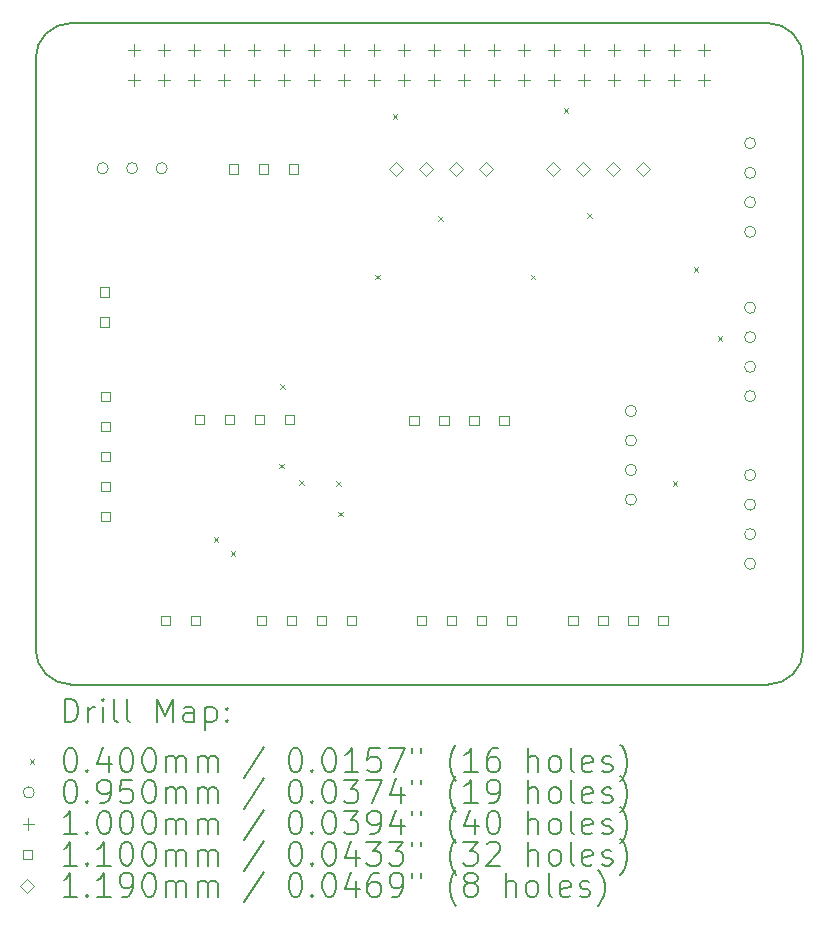
<source format=gbr>
%FSLAX45Y45*%
G04 Gerber Fmt 4.5, Leading zero omitted, Abs format (unit mm)*
G04 Created by KiCad (PCBNEW (6.0.1)) date 2022-03-16 15:36:33*
%MOMM*%
%LPD*%
G01*
G04 APERTURE LIST*
%TA.AperFunction,Profile*%
%ADD10C,0.200000*%
%TD*%
%ADD11C,0.200000*%
%ADD12C,0.040000*%
%ADD13C,0.095000*%
%ADD14C,0.100000*%
%ADD15C,0.110000*%
%ADD16C,0.119000*%
G04 APERTURE END LIST*
D10*
X16950000Y-7375000D02*
G75*
G03*
X16650000Y-7075000I-300000J0D01*
G01*
X10750000Y-7075000D02*
G75*
G03*
X10450000Y-7375000I0J-300000D01*
G01*
X16650000Y-7075000D02*
X10750000Y-7075000D01*
X10450000Y-7375000D02*
X10450000Y-12375000D01*
X10750000Y-12675000D02*
X16650000Y-12675000D01*
X10450000Y-12375000D02*
G75*
G03*
X10750000Y-12675000I300000J0D01*
G01*
X16950000Y-7375000D02*
X16950000Y-12375000D01*
X16650000Y-12675000D02*
G75*
G03*
X16950000Y-12375000I0J300000D01*
G01*
D11*
D12*
X11958640Y-11430320D02*
X11998640Y-11470320D01*
X11998640Y-11430320D02*
X11958640Y-11470320D01*
X12100880Y-11547160D02*
X12140880Y-11587160D01*
X12140880Y-11547160D02*
X12100880Y-11587160D01*
X12512360Y-10805480D02*
X12552360Y-10845480D01*
X12552360Y-10805480D02*
X12512360Y-10845480D01*
X12522520Y-10129840D02*
X12562520Y-10169840D01*
X12562520Y-10129840D02*
X12522520Y-10169840D01*
X12680000Y-10947720D02*
X12720000Y-10987720D01*
X12720000Y-10947720D02*
X12680000Y-10987720D01*
X12994960Y-10952800D02*
X13034960Y-10992800D01*
X13034960Y-10952800D02*
X12994960Y-10992800D01*
X13010200Y-11211880D02*
X13050200Y-11251880D01*
X13050200Y-11211880D02*
X13010200Y-11251880D01*
X13325160Y-9205280D02*
X13365160Y-9245280D01*
X13365160Y-9205280D02*
X13325160Y-9245280D01*
X13472480Y-7848920D02*
X13512480Y-7888920D01*
X13512480Y-7848920D02*
X13472480Y-7888920D01*
X13858560Y-8707440D02*
X13898560Y-8747440D01*
X13898560Y-8707440D02*
X13858560Y-8747440D01*
X14640880Y-9205280D02*
X14680880Y-9245280D01*
X14680880Y-9205280D02*
X14640880Y-9245280D01*
X14920280Y-7793040D02*
X14960280Y-7833040D01*
X14960280Y-7793040D02*
X14920280Y-7833040D01*
X15118400Y-8682040D02*
X15158400Y-8722040D01*
X15158400Y-8682040D02*
X15118400Y-8722040D01*
X15844840Y-10952800D02*
X15884840Y-10992800D01*
X15884840Y-10952800D02*
X15844840Y-10992800D01*
X16021901Y-9144320D02*
X16061901Y-9184320D01*
X16061901Y-9144320D02*
X16021901Y-9184320D01*
X16225840Y-9728520D02*
X16265840Y-9768520D01*
X16265840Y-9728520D02*
X16225840Y-9768520D01*
D13*
X11064940Y-8304100D02*
G75*
G03*
X11064940Y-8304100I-47500J0D01*
G01*
X11314940Y-8304100D02*
G75*
G03*
X11314940Y-8304100I-47500J0D01*
G01*
X11564940Y-8304100D02*
G75*
G03*
X11564940Y-8304100I-47500J0D01*
G01*
X15538120Y-10359040D02*
G75*
G03*
X15538120Y-10359040I-47500J0D01*
G01*
X15538120Y-10609040D02*
G75*
G03*
X15538120Y-10609040I-47500J0D01*
G01*
X15538120Y-10859040D02*
G75*
G03*
X15538120Y-10859040I-47500J0D01*
G01*
X15538120Y-11109040D02*
G75*
G03*
X15538120Y-11109040I-47500J0D01*
G01*
X16547340Y-8092440D02*
G75*
G03*
X16547340Y-8092440I-47500J0D01*
G01*
X16547340Y-8342440D02*
G75*
G03*
X16547340Y-8342440I-47500J0D01*
G01*
X16547340Y-8592440D02*
G75*
G03*
X16547340Y-8592440I-47500J0D01*
G01*
X16547340Y-8842440D02*
G75*
G03*
X16547340Y-8842440I-47500J0D01*
G01*
X16547340Y-9484360D02*
G75*
G03*
X16547340Y-9484360I-47500J0D01*
G01*
X16547340Y-9734360D02*
G75*
G03*
X16547340Y-9734360I-47500J0D01*
G01*
X16547340Y-9984360D02*
G75*
G03*
X16547340Y-9984360I-47500J0D01*
G01*
X16547340Y-10234360D02*
G75*
G03*
X16547340Y-10234360I-47500J0D01*
G01*
X16547340Y-10901680D02*
G75*
G03*
X16547340Y-10901680I-47500J0D01*
G01*
X16547340Y-11151680D02*
G75*
G03*
X16547340Y-11151680I-47500J0D01*
G01*
X16547340Y-11401680D02*
G75*
G03*
X16547340Y-11401680I-47500J0D01*
G01*
X16547340Y-11651680D02*
G75*
G03*
X16547340Y-11651680I-47500J0D01*
G01*
D14*
X11280000Y-7251000D02*
X11280000Y-7351000D01*
X11230000Y-7301000D02*
X11330000Y-7301000D01*
X11280000Y-7505000D02*
X11280000Y-7605000D01*
X11230000Y-7555000D02*
X11330000Y-7555000D01*
X11534000Y-7251000D02*
X11534000Y-7351000D01*
X11484000Y-7301000D02*
X11584000Y-7301000D01*
X11534000Y-7505000D02*
X11534000Y-7605000D01*
X11484000Y-7555000D02*
X11584000Y-7555000D01*
X11788000Y-7251000D02*
X11788000Y-7351000D01*
X11738000Y-7301000D02*
X11838000Y-7301000D01*
X11788000Y-7505000D02*
X11788000Y-7605000D01*
X11738000Y-7555000D02*
X11838000Y-7555000D01*
X12042000Y-7251000D02*
X12042000Y-7351000D01*
X11992000Y-7301000D02*
X12092000Y-7301000D01*
X12042000Y-7505000D02*
X12042000Y-7605000D01*
X11992000Y-7555000D02*
X12092000Y-7555000D01*
X12296000Y-7251000D02*
X12296000Y-7351000D01*
X12246000Y-7301000D02*
X12346000Y-7301000D01*
X12296000Y-7505000D02*
X12296000Y-7605000D01*
X12246000Y-7555000D02*
X12346000Y-7555000D01*
X12550000Y-7251000D02*
X12550000Y-7351000D01*
X12500000Y-7301000D02*
X12600000Y-7301000D01*
X12550000Y-7505000D02*
X12550000Y-7605000D01*
X12500000Y-7555000D02*
X12600000Y-7555000D01*
X12804000Y-7251000D02*
X12804000Y-7351000D01*
X12754000Y-7301000D02*
X12854000Y-7301000D01*
X12804000Y-7505000D02*
X12804000Y-7605000D01*
X12754000Y-7555000D02*
X12854000Y-7555000D01*
X13058000Y-7251000D02*
X13058000Y-7351000D01*
X13008000Y-7301000D02*
X13108000Y-7301000D01*
X13058000Y-7505000D02*
X13058000Y-7605000D01*
X13008000Y-7555000D02*
X13108000Y-7555000D01*
X13312000Y-7251000D02*
X13312000Y-7351000D01*
X13262000Y-7301000D02*
X13362000Y-7301000D01*
X13312000Y-7505000D02*
X13312000Y-7605000D01*
X13262000Y-7555000D02*
X13362000Y-7555000D01*
X13566000Y-7251000D02*
X13566000Y-7351000D01*
X13516000Y-7301000D02*
X13616000Y-7301000D01*
X13566000Y-7505000D02*
X13566000Y-7605000D01*
X13516000Y-7555000D02*
X13616000Y-7555000D01*
X13820000Y-7251000D02*
X13820000Y-7351000D01*
X13770000Y-7301000D02*
X13870000Y-7301000D01*
X13820000Y-7505000D02*
X13820000Y-7605000D01*
X13770000Y-7555000D02*
X13870000Y-7555000D01*
X14074000Y-7251000D02*
X14074000Y-7351000D01*
X14024000Y-7301000D02*
X14124000Y-7301000D01*
X14074000Y-7505000D02*
X14074000Y-7605000D01*
X14024000Y-7555000D02*
X14124000Y-7555000D01*
X14328000Y-7251000D02*
X14328000Y-7351000D01*
X14278000Y-7301000D02*
X14378000Y-7301000D01*
X14328000Y-7505000D02*
X14328000Y-7605000D01*
X14278000Y-7555000D02*
X14378000Y-7555000D01*
X14582000Y-7251000D02*
X14582000Y-7351000D01*
X14532000Y-7301000D02*
X14632000Y-7301000D01*
X14582000Y-7505000D02*
X14582000Y-7605000D01*
X14532000Y-7555000D02*
X14632000Y-7555000D01*
X14836000Y-7251000D02*
X14836000Y-7351000D01*
X14786000Y-7301000D02*
X14886000Y-7301000D01*
X14836000Y-7505000D02*
X14836000Y-7605000D01*
X14786000Y-7555000D02*
X14886000Y-7555000D01*
X15090000Y-7251000D02*
X15090000Y-7351000D01*
X15040000Y-7301000D02*
X15140000Y-7301000D01*
X15090000Y-7505000D02*
X15090000Y-7605000D01*
X15040000Y-7555000D02*
X15140000Y-7555000D01*
X15344000Y-7251000D02*
X15344000Y-7351000D01*
X15294000Y-7301000D02*
X15394000Y-7301000D01*
X15344000Y-7505000D02*
X15344000Y-7605000D01*
X15294000Y-7555000D02*
X15394000Y-7555000D01*
X15598000Y-7251000D02*
X15598000Y-7351000D01*
X15548000Y-7301000D02*
X15648000Y-7301000D01*
X15598000Y-7505000D02*
X15598000Y-7605000D01*
X15548000Y-7555000D02*
X15648000Y-7555000D01*
X15852000Y-7251000D02*
X15852000Y-7351000D01*
X15802000Y-7301000D02*
X15902000Y-7301000D01*
X15852000Y-7505000D02*
X15852000Y-7605000D01*
X15802000Y-7555000D02*
X15902000Y-7555000D01*
X16106000Y-7251000D02*
X16106000Y-7351000D01*
X16056000Y-7301000D02*
X16156000Y-7301000D01*
X16106000Y-7505000D02*
X16106000Y-7605000D01*
X16056000Y-7555000D02*
X16156000Y-7555000D01*
D15*
X11072651Y-9391171D02*
X11072651Y-9313389D01*
X10994869Y-9313389D01*
X10994869Y-9391171D01*
X11072651Y-9391171D01*
X11072651Y-9645171D02*
X11072651Y-9567389D01*
X10994869Y-9567389D01*
X10994869Y-9645171D01*
X11072651Y-9645171D01*
X11077731Y-10275091D02*
X11077731Y-10197309D01*
X10999949Y-10197309D01*
X10999949Y-10275091D01*
X11077731Y-10275091D01*
X11077731Y-10529091D02*
X11077731Y-10451309D01*
X10999949Y-10451309D01*
X10999949Y-10529091D01*
X11077731Y-10529091D01*
X11077731Y-10783091D02*
X11077731Y-10705309D01*
X10999949Y-10705309D01*
X10999949Y-10783091D01*
X11077731Y-10783091D01*
X11077731Y-11037091D02*
X11077731Y-10959309D01*
X10999949Y-10959309D01*
X10999949Y-11037091D01*
X11077731Y-11037091D01*
X11077731Y-11291091D02*
X11077731Y-11213309D01*
X10999949Y-11213309D01*
X10999949Y-11291091D01*
X11077731Y-11291091D01*
X11585731Y-12175011D02*
X11585731Y-12097229D01*
X11507949Y-12097229D01*
X11507949Y-12175011D01*
X11585731Y-12175011D01*
X11839731Y-12175011D02*
X11839731Y-12097229D01*
X11761949Y-12097229D01*
X11761949Y-12175011D01*
X11839731Y-12175011D01*
X11879871Y-10468131D02*
X11879871Y-10390349D01*
X11802089Y-10390349D01*
X11802089Y-10468131D01*
X11879871Y-10468131D01*
X12133871Y-10468131D02*
X12133871Y-10390349D01*
X12056089Y-10390349D01*
X12056089Y-10468131D01*
X12133871Y-10468131D01*
X12164851Y-8349771D02*
X12164851Y-8271989D01*
X12087069Y-8271989D01*
X12087069Y-8349771D01*
X12164851Y-8349771D01*
X12387871Y-10468131D02*
X12387871Y-10390349D01*
X12310089Y-10390349D01*
X12310089Y-10468131D01*
X12387871Y-10468131D01*
X12403111Y-12175011D02*
X12403111Y-12097229D01*
X12325329Y-12097229D01*
X12325329Y-12175011D01*
X12403111Y-12175011D01*
X12418851Y-8349771D02*
X12418851Y-8271989D01*
X12341069Y-8271989D01*
X12341069Y-8349771D01*
X12418851Y-8349771D01*
X12641871Y-10468131D02*
X12641871Y-10390349D01*
X12564089Y-10390349D01*
X12564089Y-10468131D01*
X12641871Y-10468131D01*
X12657111Y-12175011D02*
X12657111Y-12097229D01*
X12579329Y-12097229D01*
X12579329Y-12175011D01*
X12657111Y-12175011D01*
X12672851Y-8349771D02*
X12672851Y-8271989D01*
X12595069Y-8271989D01*
X12595069Y-8349771D01*
X12672851Y-8349771D01*
X12911111Y-12175011D02*
X12911111Y-12097229D01*
X12833329Y-12097229D01*
X12833329Y-12175011D01*
X12911111Y-12175011D01*
X13165111Y-12175011D02*
X13165111Y-12097229D01*
X13087329Y-12097229D01*
X13087329Y-12175011D01*
X13165111Y-12175011D01*
X13693431Y-10478291D02*
X13693431Y-10400509D01*
X13615649Y-10400509D01*
X13615649Y-10478291D01*
X13693431Y-10478291D01*
X13759471Y-12175011D02*
X13759471Y-12097229D01*
X13681689Y-12097229D01*
X13681689Y-12175011D01*
X13759471Y-12175011D01*
X13947431Y-10478291D02*
X13947431Y-10400509D01*
X13869649Y-10400509D01*
X13869649Y-10478291D01*
X13947431Y-10478291D01*
X14013471Y-12175011D02*
X14013471Y-12097229D01*
X13935689Y-12097229D01*
X13935689Y-12175011D01*
X14013471Y-12175011D01*
X14201431Y-10478291D02*
X14201431Y-10400509D01*
X14123649Y-10400509D01*
X14123649Y-10478291D01*
X14201431Y-10478291D01*
X14267471Y-12175011D02*
X14267471Y-12097229D01*
X14189689Y-12097229D01*
X14189689Y-12175011D01*
X14267471Y-12175011D01*
X14455431Y-10478291D02*
X14455431Y-10400509D01*
X14377649Y-10400509D01*
X14377649Y-10478291D01*
X14455431Y-10478291D01*
X14521471Y-12175011D02*
X14521471Y-12097229D01*
X14443689Y-12097229D01*
X14443689Y-12175011D01*
X14521471Y-12175011D01*
X15039631Y-12169931D02*
X15039631Y-12092149D01*
X14961849Y-12092149D01*
X14961849Y-12169931D01*
X15039631Y-12169931D01*
X15293631Y-12169931D02*
X15293631Y-12092149D01*
X15215849Y-12092149D01*
X15215849Y-12169931D01*
X15293631Y-12169931D01*
X15547631Y-12169931D02*
X15547631Y-12092149D01*
X15469849Y-12092149D01*
X15469849Y-12169931D01*
X15547631Y-12169931D01*
X15801631Y-12169931D02*
X15801631Y-12092149D01*
X15723849Y-12092149D01*
X15723849Y-12169931D01*
X15801631Y-12169931D01*
D16*
X13502640Y-8373460D02*
X13562140Y-8313960D01*
X13502640Y-8254460D01*
X13443140Y-8313960D01*
X13502640Y-8373460D01*
X13756640Y-8373460D02*
X13816140Y-8313960D01*
X13756640Y-8254460D01*
X13697140Y-8313960D01*
X13756640Y-8373460D01*
X14010640Y-8373460D02*
X14070140Y-8313960D01*
X14010640Y-8254460D01*
X13951140Y-8313960D01*
X14010640Y-8373460D01*
X14264640Y-8373460D02*
X14324140Y-8313960D01*
X14264640Y-8254460D01*
X14205140Y-8313960D01*
X14264640Y-8373460D01*
X14833600Y-8373460D02*
X14893100Y-8313960D01*
X14833600Y-8254460D01*
X14774100Y-8313960D01*
X14833600Y-8373460D01*
X15087600Y-8373460D02*
X15147100Y-8313960D01*
X15087600Y-8254460D01*
X15028100Y-8313960D01*
X15087600Y-8373460D01*
X15341600Y-8373460D02*
X15401100Y-8313960D01*
X15341600Y-8254460D01*
X15282100Y-8313960D01*
X15341600Y-8373460D01*
X15595600Y-8373460D02*
X15655100Y-8313960D01*
X15595600Y-8254460D01*
X15536100Y-8313960D01*
X15595600Y-8373460D01*
D11*
X10697619Y-12995476D02*
X10697619Y-12795476D01*
X10745238Y-12795476D01*
X10773810Y-12805000D01*
X10792857Y-12824048D01*
X10802381Y-12843095D01*
X10811905Y-12881190D01*
X10811905Y-12909762D01*
X10802381Y-12947857D01*
X10792857Y-12966905D01*
X10773810Y-12985952D01*
X10745238Y-12995476D01*
X10697619Y-12995476D01*
X10897619Y-12995476D02*
X10897619Y-12862143D01*
X10897619Y-12900238D02*
X10907143Y-12881190D01*
X10916667Y-12871667D01*
X10935714Y-12862143D01*
X10954762Y-12862143D01*
X11021429Y-12995476D02*
X11021429Y-12862143D01*
X11021429Y-12795476D02*
X11011905Y-12805000D01*
X11021429Y-12814524D01*
X11030952Y-12805000D01*
X11021429Y-12795476D01*
X11021429Y-12814524D01*
X11145238Y-12995476D02*
X11126190Y-12985952D01*
X11116667Y-12966905D01*
X11116667Y-12795476D01*
X11250000Y-12995476D02*
X11230952Y-12985952D01*
X11221428Y-12966905D01*
X11221428Y-12795476D01*
X11478571Y-12995476D02*
X11478571Y-12795476D01*
X11545238Y-12938333D01*
X11611905Y-12795476D01*
X11611905Y-12995476D01*
X11792857Y-12995476D02*
X11792857Y-12890714D01*
X11783333Y-12871667D01*
X11764286Y-12862143D01*
X11726190Y-12862143D01*
X11707143Y-12871667D01*
X11792857Y-12985952D02*
X11773809Y-12995476D01*
X11726190Y-12995476D01*
X11707143Y-12985952D01*
X11697619Y-12966905D01*
X11697619Y-12947857D01*
X11707143Y-12928809D01*
X11726190Y-12919286D01*
X11773809Y-12919286D01*
X11792857Y-12909762D01*
X11888095Y-12862143D02*
X11888095Y-13062143D01*
X11888095Y-12871667D02*
X11907143Y-12862143D01*
X11945238Y-12862143D01*
X11964286Y-12871667D01*
X11973809Y-12881190D01*
X11983333Y-12900238D01*
X11983333Y-12957381D01*
X11973809Y-12976428D01*
X11964286Y-12985952D01*
X11945238Y-12995476D01*
X11907143Y-12995476D01*
X11888095Y-12985952D01*
X12069048Y-12976428D02*
X12078571Y-12985952D01*
X12069048Y-12995476D01*
X12059524Y-12985952D01*
X12069048Y-12976428D01*
X12069048Y-12995476D01*
X12069048Y-12871667D02*
X12078571Y-12881190D01*
X12069048Y-12890714D01*
X12059524Y-12881190D01*
X12069048Y-12871667D01*
X12069048Y-12890714D01*
D12*
X10400000Y-13305000D02*
X10440000Y-13345000D01*
X10440000Y-13305000D02*
X10400000Y-13345000D01*
D11*
X10735714Y-13215476D02*
X10754762Y-13215476D01*
X10773810Y-13225000D01*
X10783333Y-13234524D01*
X10792857Y-13253571D01*
X10802381Y-13291667D01*
X10802381Y-13339286D01*
X10792857Y-13377381D01*
X10783333Y-13396428D01*
X10773810Y-13405952D01*
X10754762Y-13415476D01*
X10735714Y-13415476D01*
X10716667Y-13405952D01*
X10707143Y-13396428D01*
X10697619Y-13377381D01*
X10688095Y-13339286D01*
X10688095Y-13291667D01*
X10697619Y-13253571D01*
X10707143Y-13234524D01*
X10716667Y-13225000D01*
X10735714Y-13215476D01*
X10888095Y-13396428D02*
X10897619Y-13405952D01*
X10888095Y-13415476D01*
X10878571Y-13405952D01*
X10888095Y-13396428D01*
X10888095Y-13415476D01*
X11069048Y-13282143D02*
X11069048Y-13415476D01*
X11021429Y-13205952D02*
X10973810Y-13348809D01*
X11097619Y-13348809D01*
X11211905Y-13215476D02*
X11230952Y-13215476D01*
X11250000Y-13225000D01*
X11259524Y-13234524D01*
X11269048Y-13253571D01*
X11278571Y-13291667D01*
X11278571Y-13339286D01*
X11269048Y-13377381D01*
X11259524Y-13396428D01*
X11250000Y-13405952D01*
X11230952Y-13415476D01*
X11211905Y-13415476D01*
X11192857Y-13405952D01*
X11183333Y-13396428D01*
X11173810Y-13377381D01*
X11164286Y-13339286D01*
X11164286Y-13291667D01*
X11173810Y-13253571D01*
X11183333Y-13234524D01*
X11192857Y-13225000D01*
X11211905Y-13215476D01*
X11402381Y-13215476D02*
X11421428Y-13215476D01*
X11440476Y-13225000D01*
X11450000Y-13234524D01*
X11459524Y-13253571D01*
X11469048Y-13291667D01*
X11469048Y-13339286D01*
X11459524Y-13377381D01*
X11450000Y-13396428D01*
X11440476Y-13405952D01*
X11421428Y-13415476D01*
X11402381Y-13415476D01*
X11383333Y-13405952D01*
X11373809Y-13396428D01*
X11364286Y-13377381D01*
X11354762Y-13339286D01*
X11354762Y-13291667D01*
X11364286Y-13253571D01*
X11373809Y-13234524D01*
X11383333Y-13225000D01*
X11402381Y-13215476D01*
X11554762Y-13415476D02*
X11554762Y-13282143D01*
X11554762Y-13301190D02*
X11564286Y-13291667D01*
X11583333Y-13282143D01*
X11611905Y-13282143D01*
X11630952Y-13291667D01*
X11640476Y-13310714D01*
X11640476Y-13415476D01*
X11640476Y-13310714D02*
X11650000Y-13291667D01*
X11669048Y-13282143D01*
X11697619Y-13282143D01*
X11716667Y-13291667D01*
X11726190Y-13310714D01*
X11726190Y-13415476D01*
X11821428Y-13415476D02*
X11821428Y-13282143D01*
X11821428Y-13301190D02*
X11830952Y-13291667D01*
X11850000Y-13282143D01*
X11878571Y-13282143D01*
X11897619Y-13291667D01*
X11907143Y-13310714D01*
X11907143Y-13415476D01*
X11907143Y-13310714D02*
X11916667Y-13291667D01*
X11935714Y-13282143D01*
X11964286Y-13282143D01*
X11983333Y-13291667D01*
X11992857Y-13310714D01*
X11992857Y-13415476D01*
X12383333Y-13205952D02*
X12211905Y-13463095D01*
X12640476Y-13215476D02*
X12659524Y-13215476D01*
X12678571Y-13225000D01*
X12688095Y-13234524D01*
X12697619Y-13253571D01*
X12707143Y-13291667D01*
X12707143Y-13339286D01*
X12697619Y-13377381D01*
X12688095Y-13396428D01*
X12678571Y-13405952D01*
X12659524Y-13415476D01*
X12640476Y-13415476D01*
X12621428Y-13405952D01*
X12611905Y-13396428D01*
X12602381Y-13377381D01*
X12592857Y-13339286D01*
X12592857Y-13291667D01*
X12602381Y-13253571D01*
X12611905Y-13234524D01*
X12621428Y-13225000D01*
X12640476Y-13215476D01*
X12792857Y-13396428D02*
X12802381Y-13405952D01*
X12792857Y-13415476D01*
X12783333Y-13405952D01*
X12792857Y-13396428D01*
X12792857Y-13415476D01*
X12926190Y-13215476D02*
X12945238Y-13215476D01*
X12964286Y-13225000D01*
X12973809Y-13234524D01*
X12983333Y-13253571D01*
X12992857Y-13291667D01*
X12992857Y-13339286D01*
X12983333Y-13377381D01*
X12973809Y-13396428D01*
X12964286Y-13405952D01*
X12945238Y-13415476D01*
X12926190Y-13415476D01*
X12907143Y-13405952D01*
X12897619Y-13396428D01*
X12888095Y-13377381D01*
X12878571Y-13339286D01*
X12878571Y-13291667D01*
X12888095Y-13253571D01*
X12897619Y-13234524D01*
X12907143Y-13225000D01*
X12926190Y-13215476D01*
X13183333Y-13415476D02*
X13069048Y-13415476D01*
X13126190Y-13415476D02*
X13126190Y-13215476D01*
X13107143Y-13244048D01*
X13088095Y-13263095D01*
X13069048Y-13272619D01*
X13364286Y-13215476D02*
X13269048Y-13215476D01*
X13259524Y-13310714D01*
X13269048Y-13301190D01*
X13288095Y-13291667D01*
X13335714Y-13291667D01*
X13354762Y-13301190D01*
X13364286Y-13310714D01*
X13373809Y-13329762D01*
X13373809Y-13377381D01*
X13364286Y-13396428D01*
X13354762Y-13405952D01*
X13335714Y-13415476D01*
X13288095Y-13415476D01*
X13269048Y-13405952D01*
X13259524Y-13396428D01*
X13440476Y-13215476D02*
X13573809Y-13215476D01*
X13488095Y-13415476D01*
X13640476Y-13215476D02*
X13640476Y-13253571D01*
X13716667Y-13215476D02*
X13716667Y-13253571D01*
X14011905Y-13491667D02*
X14002381Y-13482143D01*
X13983333Y-13453571D01*
X13973809Y-13434524D01*
X13964286Y-13405952D01*
X13954762Y-13358333D01*
X13954762Y-13320238D01*
X13964286Y-13272619D01*
X13973809Y-13244048D01*
X13983333Y-13225000D01*
X14002381Y-13196428D01*
X14011905Y-13186905D01*
X14192857Y-13415476D02*
X14078571Y-13415476D01*
X14135714Y-13415476D02*
X14135714Y-13215476D01*
X14116667Y-13244048D01*
X14097619Y-13263095D01*
X14078571Y-13272619D01*
X14364286Y-13215476D02*
X14326190Y-13215476D01*
X14307143Y-13225000D01*
X14297619Y-13234524D01*
X14278571Y-13263095D01*
X14269048Y-13301190D01*
X14269048Y-13377381D01*
X14278571Y-13396428D01*
X14288095Y-13405952D01*
X14307143Y-13415476D01*
X14345238Y-13415476D01*
X14364286Y-13405952D01*
X14373809Y-13396428D01*
X14383333Y-13377381D01*
X14383333Y-13329762D01*
X14373809Y-13310714D01*
X14364286Y-13301190D01*
X14345238Y-13291667D01*
X14307143Y-13291667D01*
X14288095Y-13301190D01*
X14278571Y-13310714D01*
X14269048Y-13329762D01*
X14621428Y-13415476D02*
X14621428Y-13215476D01*
X14707143Y-13415476D02*
X14707143Y-13310714D01*
X14697619Y-13291667D01*
X14678571Y-13282143D01*
X14650000Y-13282143D01*
X14630952Y-13291667D01*
X14621428Y-13301190D01*
X14830952Y-13415476D02*
X14811905Y-13405952D01*
X14802381Y-13396428D01*
X14792857Y-13377381D01*
X14792857Y-13320238D01*
X14802381Y-13301190D01*
X14811905Y-13291667D01*
X14830952Y-13282143D01*
X14859524Y-13282143D01*
X14878571Y-13291667D01*
X14888095Y-13301190D01*
X14897619Y-13320238D01*
X14897619Y-13377381D01*
X14888095Y-13396428D01*
X14878571Y-13405952D01*
X14859524Y-13415476D01*
X14830952Y-13415476D01*
X15011905Y-13415476D02*
X14992857Y-13405952D01*
X14983333Y-13386905D01*
X14983333Y-13215476D01*
X15164286Y-13405952D02*
X15145238Y-13415476D01*
X15107143Y-13415476D01*
X15088095Y-13405952D01*
X15078571Y-13386905D01*
X15078571Y-13310714D01*
X15088095Y-13291667D01*
X15107143Y-13282143D01*
X15145238Y-13282143D01*
X15164286Y-13291667D01*
X15173809Y-13310714D01*
X15173809Y-13329762D01*
X15078571Y-13348809D01*
X15250000Y-13405952D02*
X15269048Y-13415476D01*
X15307143Y-13415476D01*
X15326190Y-13405952D01*
X15335714Y-13386905D01*
X15335714Y-13377381D01*
X15326190Y-13358333D01*
X15307143Y-13348809D01*
X15278571Y-13348809D01*
X15259524Y-13339286D01*
X15250000Y-13320238D01*
X15250000Y-13310714D01*
X15259524Y-13291667D01*
X15278571Y-13282143D01*
X15307143Y-13282143D01*
X15326190Y-13291667D01*
X15402381Y-13491667D02*
X15411905Y-13482143D01*
X15430952Y-13453571D01*
X15440476Y-13434524D01*
X15450000Y-13405952D01*
X15459524Y-13358333D01*
X15459524Y-13320238D01*
X15450000Y-13272619D01*
X15440476Y-13244048D01*
X15430952Y-13225000D01*
X15411905Y-13196428D01*
X15402381Y-13186905D01*
D13*
X10440000Y-13589000D02*
G75*
G03*
X10440000Y-13589000I-47500J0D01*
G01*
D11*
X10735714Y-13479476D02*
X10754762Y-13479476D01*
X10773810Y-13489000D01*
X10783333Y-13498524D01*
X10792857Y-13517571D01*
X10802381Y-13555667D01*
X10802381Y-13603286D01*
X10792857Y-13641381D01*
X10783333Y-13660428D01*
X10773810Y-13669952D01*
X10754762Y-13679476D01*
X10735714Y-13679476D01*
X10716667Y-13669952D01*
X10707143Y-13660428D01*
X10697619Y-13641381D01*
X10688095Y-13603286D01*
X10688095Y-13555667D01*
X10697619Y-13517571D01*
X10707143Y-13498524D01*
X10716667Y-13489000D01*
X10735714Y-13479476D01*
X10888095Y-13660428D02*
X10897619Y-13669952D01*
X10888095Y-13679476D01*
X10878571Y-13669952D01*
X10888095Y-13660428D01*
X10888095Y-13679476D01*
X10992857Y-13679476D02*
X11030952Y-13679476D01*
X11050000Y-13669952D01*
X11059524Y-13660428D01*
X11078571Y-13631857D01*
X11088095Y-13593762D01*
X11088095Y-13517571D01*
X11078571Y-13498524D01*
X11069048Y-13489000D01*
X11050000Y-13479476D01*
X11011905Y-13479476D01*
X10992857Y-13489000D01*
X10983333Y-13498524D01*
X10973810Y-13517571D01*
X10973810Y-13565190D01*
X10983333Y-13584238D01*
X10992857Y-13593762D01*
X11011905Y-13603286D01*
X11050000Y-13603286D01*
X11069048Y-13593762D01*
X11078571Y-13584238D01*
X11088095Y-13565190D01*
X11269048Y-13479476D02*
X11173810Y-13479476D01*
X11164286Y-13574714D01*
X11173810Y-13565190D01*
X11192857Y-13555667D01*
X11240476Y-13555667D01*
X11259524Y-13565190D01*
X11269048Y-13574714D01*
X11278571Y-13593762D01*
X11278571Y-13641381D01*
X11269048Y-13660428D01*
X11259524Y-13669952D01*
X11240476Y-13679476D01*
X11192857Y-13679476D01*
X11173810Y-13669952D01*
X11164286Y-13660428D01*
X11402381Y-13479476D02*
X11421428Y-13479476D01*
X11440476Y-13489000D01*
X11450000Y-13498524D01*
X11459524Y-13517571D01*
X11469048Y-13555667D01*
X11469048Y-13603286D01*
X11459524Y-13641381D01*
X11450000Y-13660428D01*
X11440476Y-13669952D01*
X11421428Y-13679476D01*
X11402381Y-13679476D01*
X11383333Y-13669952D01*
X11373809Y-13660428D01*
X11364286Y-13641381D01*
X11354762Y-13603286D01*
X11354762Y-13555667D01*
X11364286Y-13517571D01*
X11373809Y-13498524D01*
X11383333Y-13489000D01*
X11402381Y-13479476D01*
X11554762Y-13679476D02*
X11554762Y-13546143D01*
X11554762Y-13565190D02*
X11564286Y-13555667D01*
X11583333Y-13546143D01*
X11611905Y-13546143D01*
X11630952Y-13555667D01*
X11640476Y-13574714D01*
X11640476Y-13679476D01*
X11640476Y-13574714D02*
X11650000Y-13555667D01*
X11669048Y-13546143D01*
X11697619Y-13546143D01*
X11716667Y-13555667D01*
X11726190Y-13574714D01*
X11726190Y-13679476D01*
X11821428Y-13679476D02*
X11821428Y-13546143D01*
X11821428Y-13565190D02*
X11830952Y-13555667D01*
X11850000Y-13546143D01*
X11878571Y-13546143D01*
X11897619Y-13555667D01*
X11907143Y-13574714D01*
X11907143Y-13679476D01*
X11907143Y-13574714D02*
X11916667Y-13555667D01*
X11935714Y-13546143D01*
X11964286Y-13546143D01*
X11983333Y-13555667D01*
X11992857Y-13574714D01*
X11992857Y-13679476D01*
X12383333Y-13469952D02*
X12211905Y-13727095D01*
X12640476Y-13479476D02*
X12659524Y-13479476D01*
X12678571Y-13489000D01*
X12688095Y-13498524D01*
X12697619Y-13517571D01*
X12707143Y-13555667D01*
X12707143Y-13603286D01*
X12697619Y-13641381D01*
X12688095Y-13660428D01*
X12678571Y-13669952D01*
X12659524Y-13679476D01*
X12640476Y-13679476D01*
X12621428Y-13669952D01*
X12611905Y-13660428D01*
X12602381Y-13641381D01*
X12592857Y-13603286D01*
X12592857Y-13555667D01*
X12602381Y-13517571D01*
X12611905Y-13498524D01*
X12621428Y-13489000D01*
X12640476Y-13479476D01*
X12792857Y-13660428D02*
X12802381Y-13669952D01*
X12792857Y-13679476D01*
X12783333Y-13669952D01*
X12792857Y-13660428D01*
X12792857Y-13679476D01*
X12926190Y-13479476D02*
X12945238Y-13479476D01*
X12964286Y-13489000D01*
X12973809Y-13498524D01*
X12983333Y-13517571D01*
X12992857Y-13555667D01*
X12992857Y-13603286D01*
X12983333Y-13641381D01*
X12973809Y-13660428D01*
X12964286Y-13669952D01*
X12945238Y-13679476D01*
X12926190Y-13679476D01*
X12907143Y-13669952D01*
X12897619Y-13660428D01*
X12888095Y-13641381D01*
X12878571Y-13603286D01*
X12878571Y-13555667D01*
X12888095Y-13517571D01*
X12897619Y-13498524D01*
X12907143Y-13489000D01*
X12926190Y-13479476D01*
X13059524Y-13479476D02*
X13183333Y-13479476D01*
X13116667Y-13555667D01*
X13145238Y-13555667D01*
X13164286Y-13565190D01*
X13173809Y-13574714D01*
X13183333Y-13593762D01*
X13183333Y-13641381D01*
X13173809Y-13660428D01*
X13164286Y-13669952D01*
X13145238Y-13679476D01*
X13088095Y-13679476D01*
X13069048Y-13669952D01*
X13059524Y-13660428D01*
X13250000Y-13479476D02*
X13383333Y-13479476D01*
X13297619Y-13679476D01*
X13545238Y-13546143D02*
X13545238Y-13679476D01*
X13497619Y-13469952D02*
X13450000Y-13612809D01*
X13573809Y-13612809D01*
X13640476Y-13479476D02*
X13640476Y-13517571D01*
X13716667Y-13479476D02*
X13716667Y-13517571D01*
X14011905Y-13755667D02*
X14002381Y-13746143D01*
X13983333Y-13717571D01*
X13973809Y-13698524D01*
X13964286Y-13669952D01*
X13954762Y-13622333D01*
X13954762Y-13584238D01*
X13964286Y-13536619D01*
X13973809Y-13508048D01*
X13983333Y-13489000D01*
X14002381Y-13460428D01*
X14011905Y-13450905D01*
X14192857Y-13679476D02*
X14078571Y-13679476D01*
X14135714Y-13679476D02*
X14135714Y-13479476D01*
X14116667Y-13508048D01*
X14097619Y-13527095D01*
X14078571Y-13536619D01*
X14288095Y-13679476D02*
X14326190Y-13679476D01*
X14345238Y-13669952D01*
X14354762Y-13660428D01*
X14373809Y-13631857D01*
X14383333Y-13593762D01*
X14383333Y-13517571D01*
X14373809Y-13498524D01*
X14364286Y-13489000D01*
X14345238Y-13479476D01*
X14307143Y-13479476D01*
X14288095Y-13489000D01*
X14278571Y-13498524D01*
X14269048Y-13517571D01*
X14269048Y-13565190D01*
X14278571Y-13584238D01*
X14288095Y-13593762D01*
X14307143Y-13603286D01*
X14345238Y-13603286D01*
X14364286Y-13593762D01*
X14373809Y-13584238D01*
X14383333Y-13565190D01*
X14621428Y-13679476D02*
X14621428Y-13479476D01*
X14707143Y-13679476D02*
X14707143Y-13574714D01*
X14697619Y-13555667D01*
X14678571Y-13546143D01*
X14650000Y-13546143D01*
X14630952Y-13555667D01*
X14621428Y-13565190D01*
X14830952Y-13679476D02*
X14811905Y-13669952D01*
X14802381Y-13660428D01*
X14792857Y-13641381D01*
X14792857Y-13584238D01*
X14802381Y-13565190D01*
X14811905Y-13555667D01*
X14830952Y-13546143D01*
X14859524Y-13546143D01*
X14878571Y-13555667D01*
X14888095Y-13565190D01*
X14897619Y-13584238D01*
X14897619Y-13641381D01*
X14888095Y-13660428D01*
X14878571Y-13669952D01*
X14859524Y-13679476D01*
X14830952Y-13679476D01*
X15011905Y-13679476D02*
X14992857Y-13669952D01*
X14983333Y-13650905D01*
X14983333Y-13479476D01*
X15164286Y-13669952D02*
X15145238Y-13679476D01*
X15107143Y-13679476D01*
X15088095Y-13669952D01*
X15078571Y-13650905D01*
X15078571Y-13574714D01*
X15088095Y-13555667D01*
X15107143Y-13546143D01*
X15145238Y-13546143D01*
X15164286Y-13555667D01*
X15173809Y-13574714D01*
X15173809Y-13593762D01*
X15078571Y-13612809D01*
X15250000Y-13669952D02*
X15269048Y-13679476D01*
X15307143Y-13679476D01*
X15326190Y-13669952D01*
X15335714Y-13650905D01*
X15335714Y-13641381D01*
X15326190Y-13622333D01*
X15307143Y-13612809D01*
X15278571Y-13612809D01*
X15259524Y-13603286D01*
X15250000Y-13584238D01*
X15250000Y-13574714D01*
X15259524Y-13555667D01*
X15278571Y-13546143D01*
X15307143Y-13546143D01*
X15326190Y-13555667D01*
X15402381Y-13755667D02*
X15411905Y-13746143D01*
X15430952Y-13717571D01*
X15440476Y-13698524D01*
X15450000Y-13669952D01*
X15459524Y-13622333D01*
X15459524Y-13584238D01*
X15450000Y-13536619D01*
X15440476Y-13508048D01*
X15430952Y-13489000D01*
X15411905Y-13460428D01*
X15402381Y-13450905D01*
D14*
X10390000Y-13803000D02*
X10390000Y-13903000D01*
X10340000Y-13853000D02*
X10440000Y-13853000D01*
D11*
X10802381Y-13943476D02*
X10688095Y-13943476D01*
X10745238Y-13943476D02*
X10745238Y-13743476D01*
X10726190Y-13772048D01*
X10707143Y-13791095D01*
X10688095Y-13800619D01*
X10888095Y-13924428D02*
X10897619Y-13933952D01*
X10888095Y-13943476D01*
X10878571Y-13933952D01*
X10888095Y-13924428D01*
X10888095Y-13943476D01*
X11021429Y-13743476D02*
X11040476Y-13743476D01*
X11059524Y-13753000D01*
X11069048Y-13762524D01*
X11078571Y-13781571D01*
X11088095Y-13819667D01*
X11088095Y-13867286D01*
X11078571Y-13905381D01*
X11069048Y-13924428D01*
X11059524Y-13933952D01*
X11040476Y-13943476D01*
X11021429Y-13943476D01*
X11002381Y-13933952D01*
X10992857Y-13924428D01*
X10983333Y-13905381D01*
X10973810Y-13867286D01*
X10973810Y-13819667D01*
X10983333Y-13781571D01*
X10992857Y-13762524D01*
X11002381Y-13753000D01*
X11021429Y-13743476D01*
X11211905Y-13743476D02*
X11230952Y-13743476D01*
X11250000Y-13753000D01*
X11259524Y-13762524D01*
X11269048Y-13781571D01*
X11278571Y-13819667D01*
X11278571Y-13867286D01*
X11269048Y-13905381D01*
X11259524Y-13924428D01*
X11250000Y-13933952D01*
X11230952Y-13943476D01*
X11211905Y-13943476D01*
X11192857Y-13933952D01*
X11183333Y-13924428D01*
X11173810Y-13905381D01*
X11164286Y-13867286D01*
X11164286Y-13819667D01*
X11173810Y-13781571D01*
X11183333Y-13762524D01*
X11192857Y-13753000D01*
X11211905Y-13743476D01*
X11402381Y-13743476D02*
X11421428Y-13743476D01*
X11440476Y-13753000D01*
X11450000Y-13762524D01*
X11459524Y-13781571D01*
X11469048Y-13819667D01*
X11469048Y-13867286D01*
X11459524Y-13905381D01*
X11450000Y-13924428D01*
X11440476Y-13933952D01*
X11421428Y-13943476D01*
X11402381Y-13943476D01*
X11383333Y-13933952D01*
X11373809Y-13924428D01*
X11364286Y-13905381D01*
X11354762Y-13867286D01*
X11354762Y-13819667D01*
X11364286Y-13781571D01*
X11373809Y-13762524D01*
X11383333Y-13753000D01*
X11402381Y-13743476D01*
X11554762Y-13943476D02*
X11554762Y-13810143D01*
X11554762Y-13829190D02*
X11564286Y-13819667D01*
X11583333Y-13810143D01*
X11611905Y-13810143D01*
X11630952Y-13819667D01*
X11640476Y-13838714D01*
X11640476Y-13943476D01*
X11640476Y-13838714D02*
X11650000Y-13819667D01*
X11669048Y-13810143D01*
X11697619Y-13810143D01*
X11716667Y-13819667D01*
X11726190Y-13838714D01*
X11726190Y-13943476D01*
X11821428Y-13943476D02*
X11821428Y-13810143D01*
X11821428Y-13829190D02*
X11830952Y-13819667D01*
X11850000Y-13810143D01*
X11878571Y-13810143D01*
X11897619Y-13819667D01*
X11907143Y-13838714D01*
X11907143Y-13943476D01*
X11907143Y-13838714D02*
X11916667Y-13819667D01*
X11935714Y-13810143D01*
X11964286Y-13810143D01*
X11983333Y-13819667D01*
X11992857Y-13838714D01*
X11992857Y-13943476D01*
X12383333Y-13733952D02*
X12211905Y-13991095D01*
X12640476Y-13743476D02*
X12659524Y-13743476D01*
X12678571Y-13753000D01*
X12688095Y-13762524D01*
X12697619Y-13781571D01*
X12707143Y-13819667D01*
X12707143Y-13867286D01*
X12697619Y-13905381D01*
X12688095Y-13924428D01*
X12678571Y-13933952D01*
X12659524Y-13943476D01*
X12640476Y-13943476D01*
X12621428Y-13933952D01*
X12611905Y-13924428D01*
X12602381Y-13905381D01*
X12592857Y-13867286D01*
X12592857Y-13819667D01*
X12602381Y-13781571D01*
X12611905Y-13762524D01*
X12621428Y-13753000D01*
X12640476Y-13743476D01*
X12792857Y-13924428D02*
X12802381Y-13933952D01*
X12792857Y-13943476D01*
X12783333Y-13933952D01*
X12792857Y-13924428D01*
X12792857Y-13943476D01*
X12926190Y-13743476D02*
X12945238Y-13743476D01*
X12964286Y-13753000D01*
X12973809Y-13762524D01*
X12983333Y-13781571D01*
X12992857Y-13819667D01*
X12992857Y-13867286D01*
X12983333Y-13905381D01*
X12973809Y-13924428D01*
X12964286Y-13933952D01*
X12945238Y-13943476D01*
X12926190Y-13943476D01*
X12907143Y-13933952D01*
X12897619Y-13924428D01*
X12888095Y-13905381D01*
X12878571Y-13867286D01*
X12878571Y-13819667D01*
X12888095Y-13781571D01*
X12897619Y-13762524D01*
X12907143Y-13753000D01*
X12926190Y-13743476D01*
X13059524Y-13743476D02*
X13183333Y-13743476D01*
X13116667Y-13819667D01*
X13145238Y-13819667D01*
X13164286Y-13829190D01*
X13173809Y-13838714D01*
X13183333Y-13857762D01*
X13183333Y-13905381D01*
X13173809Y-13924428D01*
X13164286Y-13933952D01*
X13145238Y-13943476D01*
X13088095Y-13943476D01*
X13069048Y-13933952D01*
X13059524Y-13924428D01*
X13278571Y-13943476D02*
X13316667Y-13943476D01*
X13335714Y-13933952D01*
X13345238Y-13924428D01*
X13364286Y-13895857D01*
X13373809Y-13857762D01*
X13373809Y-13781571D01*
X13364286Y-13762524D01*
X13354762Y-13753000D01*
X13335714Y-13743476D01*
X13297619Y-13743476D01*
X13278571Y-13753000D01*
X13269048Y-13762524D01*
X13259524Y-13781571D01*
X13259524Y-13829190D01*
X13269048Y-13848238D01*
X13278571Y-13857762D01*
X13297619Y-13867286D01*
X13335714Y-13867286D01*
X13354762Y-13857762D01*
X13364286Y-13848238D01*
X13373809Y-13829190D01*
X13545238Y-13810143D02*
X13545238Y-13943476D01*
X13497619Y-13733952D02*
X13450000Y-13876809D01*
X13573809Y-13876809D01*
X13640476Y-13743476D02*
X13640476Y-13781571D01*
X13716667Y-13743476D02*
X13716667Y-13781571D01*
X14011905Y-14019667D02*
X14002381Y-14010143D01*
X13983333Y-13981571D01*
X13973809Y-13962524D01*
X13964286Y-13933952D01*
X13954762Y-13886333D01*
X13954762Y-13848238D01*
X13964286Y-13800619D01*
X13973809Y-13772048D01*
X13983333Y-13753000D01*
X14002381Y-13724428D01*
X14011905Y-13714905D01*
X14173809Y-13810143D02*
X14173809Y-13943476D01*
X14126190Y-13733952D02*
X14078571Y-13876809D01*
X14202381Y-13876809D01*
X14316667Y-13743476D02*
X14335714Y-13743476D01*
X14354762Y-13753000D01*
X14364286Y-13762524D01*
X14373809Y-13781571D01*
X14383333Y-13819667D01*
X14383333Y-13867286D01*
X14373809Y-13905381D01*
X14364286Y-13924428D01*
X14354762Y-13933952D01*
X14335714Y-13943476D01*
X14316667Y-13943476D01*
X14297619Y-13933952D01*
X14288095Y-13924428D01*
X14278571Y-13905381D01*
X14269048Y-13867286D01*
X14269048Y-13819667D01*
X14278571Y-13781571D01*
X14288095Y-13762524D01*
X14297619Y-13753000D01*
X14316667Y-13743476D01*
X14621428Y-13943476D02*
X14621428Y-13743476D01*
X14707143Y-13943476D02*
X14707143Y-13838714D01*
X14697619Y-13819667D01*
X14678571Y-13810143D01*
X14650000Y-13810143D01*
X14630952Y-13819667D01*
X14621428Y-13829190D01*
X14830952Y-13943476D02*
X14811905Y-13933952D01*
X14802381Y-13924428D01*
X14792857Y-13905381D01*
X14792857Y-13848238D01*
X14802381Y-13829190D01*
X14811905Y-13819667D01*
X14830952Y-13810143D01*
X14859524Y-13810143D01*
X14878571Y-13819667D01*
X14888095Y-13829190D01*
X14897619Y-13848238D01*
X14897619Y-13905381D01*
X14888095Y-13924428D01*
X14878571Y-13933952D01*
X14859524Y-13943476D01*
X14830952Y-13943476D01*
X15011905Y-13943476D02*
X14992857Y-13933952D01*
X14983333Y-13914905D01*
X14983333Y-13743476D01*
X15164286Y-13933952D02*
X15145238Y-13943476D01*
X15107143Y-13943476D01*
X15088095Y-13933952D01*
X15078571Y-13914905D01*
X15078571Y-13838714D01*
X15088095Y-13819667D01*
X15107143Y-13810143D01*
X15145238Y-13810143D01*
X15164286Y-13819667D01*
X15173809Y-13838714D01*
X15173809Y-13857762D01*
X15078571Y-13876809D01*
X15250000Y-13933952D02*
X15269048Y-13943476D01*
X15307143Y-13943476D01*
X15326190Y-13933952D01*
X15335714Y-13914905D01*
X15335714Y-13905381D01*
X15326190Y-13886333D01*
X15307143Y-13876809D01*
X15278571Y-13876809D01*
X15259524Y-13867286D01*
X15250000Y-13848238D01*
X15250000Y-13838714D01*
X15259524Y-13819667D01*
X15278571Y-13810143D01*
X15307143Y-13810143D01*
X15326190Y-13819667D01*
X15402381Y-14019667D02*
X15411905Y-14010143D01*
X15430952Y-13981571D01*
X15440476Y-13962524D01*
X15450000Y-13933952D01*
X15459524Y-13886333D01*
X15459524Y-13848238D01*
X15450000Y-13800619D01*
X15440476Y-13772048D01*
X15430952Y-13753000D01*
X15411905Y-13724428D01*
X15402381Y-13714905D01*
D15*
X10423891Y-14155891D02*
X10423891Y-14078109D01*
X10346109Y-14078109D01*
X10346109Y-14155891D01*
X10423891Y-14155891D01*
D11*
X10802381Y-14207476D02*
X10688095Y-14207476D01*
X10745238Y-14207476D02*
X10745238Y-14007476D01*
X10726190Y-14036048D01*
X10707143Y-14055095D01*
X10688095Y-14064619D01*
X10888095Y-14188428D02*
X10897619Y-14197952D01*
X10888095Y-14207476D01*
X10878571Y-14197952D01*
X10888095Y-14188428D01*
X10888095Y-14207476D01*
X11088095Y-14207476D02*
X10973810Y-14207476D01*
X11030952Y-14207476D02*
X11030952Y-14007476D01*
X11011905Y-14036048D01*
X10992857Y-14055095D01*
X10973810Y-14064619D01*
X11211905Y-14007476D02*
X11230952Y-14007476D01*
X11250000Y-14017000D01*
X11259524Y-14026524D01*
X11269048Y-14045571D01*
X11278571Y-14083667D01*
X11278571Y-14131286D01*
X11269048Y-14169381D01*
X11259524Y-14188428D01*
X11250000Y-14197952D01*
X11230952Y-14207476D01*
X11211905Y-14207476D01*
X11192857Y-14197952D01*
X11183333Y-14188428D01*
X11173810Y-14169381D01*
X11164286Y-14131286D01*
X11164286Y-14083667D01*
X11173810Y-14045571D01*
X11183333Y-14026524D01*
X11192857Y-14017000D01*
X11211905Y-14007476D01*
X11402381Y-14007476D02*
X11421428Y-14007476D01*
X11440476Y-14017000D01*
X11450000Y-14026524D01*
X11459524Y-14045571D01*
X11469048Y-14083667D01*
X11469048Y-14131286D01*
X11459524Y-14169381D01*
X11450000Y-14188428D01*
X11440476Y-14197952D01*
X11421428Y-14207476D01*
X11402381Y-14207476D01*
X11383333Y-14197952D01*
X11373809Y-14188428D01*
X11364286Y-14169381D01*
X11354762Y-14131286D01*
X11354762Y-14083667D01*
X11364286Y-14045571D01*
X11373809Y-14026524D01*
X11383333Y-14017000D01*
X11402381Y-14007476D01*
X11554762Y-14207476D02*
X11554762Y-14074143D01*
X11554762Y-14093190D02*
X11564286Y-14083667D01*
X11583333Y-14074143D01*
X11611905Y-14074143D01*
X11630952Y-14083667D01*
X11640476Y-14102714D01*
X11640476Y-14207476D01*
X11640476Y-14102714D02*
X11650000Y-14083667D01*
X11669048Y-14074143D01*
X11697619Y-14074143D01*
X11716667Y-14083667D01*
X11726190Y-14102714D01*
X11726190Y-14207476D01*
X11821428Y-14207476D02*
X11821428Y-14074143D01*
X11821428Y-14093190D02*
X11830952Y-14083667D01*
X11850000Y-14074143D01*
X11878571Y-14074143D01*
X11897619Y-14083667D01*
X11907143Y-14102714D01*
X11907143Y-14207476D01*
X11907143Y-14102714D02*
X11916667Y-14083667D01*
X11935714Y-14074143D01*
X11964286Y-14074143D01*
X11983333Y-14083667D01*
X11992857Y-14102714D01*
X11992857Y-14207476D01*
X12383333Y-13997952D02*
X12211905Y-14255095D01*
X12640476Y-14007476D02*
X12659524Y-14007476D01*
X12678571Y-14017000D01*
X12688095Y-14026524D01*
X12697619Y-14045571D01*
X12707143Y-14083667D01*
X12707143Y-14131286D01*
X12697619Y-14169381D01*
X12688095Y-14188428D01*
X12678571Y-14197952D01*
X12659524Y-14207476D01*
X12640476Y-14207476D01*
X12621428Y-14197952D01*
X12611905Y-14188428D01*
X12602381Y-14169381D01*
X12592857Y-14131286D01*
X12592857Y-14083667D01*
X12602381Y-14045571D01*
X12611905Y-14026524D01*
X12621428Y-14017000D01*
X12640476Y-14007476D01*
X12792857Y-14188428D02*
X12802381Y-14197952D01*
X12792857Y-14207476D01*
X12783333Y-14197952D01*
X12792857Y-14188428D01*
X12792857Y-14207476D01*
X12926190Y-14007476D02*
X12945238Y-14007476D01*
X12964286Y-14017000D01*
X12973809Y-14026524D01*
X12983333Y-14045571D01*
X12992857Y-14083667D01*
X12992857Y-14131286D01*
X12983333Y-14169381D01*
X12973809Y-14188428D01*
X12964286Y-14197952D01*
X12945238Y-14207476D01*
X12926190Y-14207476D01*
X12907143Y-14197952D01*
X12897619Y-14188428D01*
X12888095Y-14169381D01*
X12878571Y-14131286D01*
X12878571Y-14083667D01*
X12888095Y-14045571D01*
X12897619Y-14026524D01*
X12907143Y-14017000D01*
X12926190Y-14007476D01*
X13164286Y-14074143D02*
X13164286Y-14207476D01*
X13116667Y-13997952D02*
X13069048Y-14140809D01*
X13192857Y-14140809D01*
X13250000Y-14007476D02*
X13373809Y-14007476D01*
X13307143Y-14083667D01*
X13335714Y-14083667D01*
X13354762Y-14093190D01*
X13364286Y-14102714D01*
X13373809Y-14121762D01*
X13373809Y-14169381D01*
X13364286Y-14188428D01*
X13354762Y-14197952D01*
X13335714Y-14207476D01*
X13278571Y-14207476D01*
X13259524Y-14197952D01*
X13250000Y-14188428D01*
X13440476Y-14007476D02*
X13564286Y-14007476D01*
X13497619Y-14083667D01*
X13526190Y-14083667D01*
X13545238Y-14093190D01*
X13554762Y-14102714D01*
X13564286Y-14121762D01*
X13564286Y-14169381D01*
X13554762Y-14188428D01*
X13545238Y-14197952D01*
X13526190Y-14207476D01*
X13469048Y-14207476D01*
X13450000Y-14197952D01*
X13440476Y-14188428D01*
X13640476Y-14007476D02*
X13640476Y-14045571D01*
X13716667Y-14007476D02*
X13716667Y-14045571D01*
X14011905Y-14283667D02*
X14002381Y-14274143D01*
X13983333Y-14245571D01*
X13973809Y-14226524D01*
X13964286Y-14197952D01*
X13954762Y-14150333D01*
X13954762Y-14112238D01*
X13964286Y-14064619D01*
X13973809Y-14036048D01*
X13983333Y-14017000D01*
X14002381Y-13988428D01*
X14011905Y-13978905D01*
X14069048Y-14007476D02*
X14192857Y-14007476D01*
X14126190Y-14083667D01*
X14154762Y-14083667D01*
X14173809Y-14093190D01*
X14183333Y-14102714D01*
X14192857Y-14121762D01*
X14192857Y-14169381D01*
X14183333Y-14188428D01*
X14173809Y-14197952D01*
X14154762Y-14207476D01*
X14097619Y-14207476D01*
X14078571Y-14197952D01*
X14069048Y-14188428D01*
X14269048Y-14026524D02*
X14278571Y-14017000D01*
X14297619Y-14007476D01*
X14345238Y-14007476D01*
X14364286Y-14017000D01*
X14373809Y-14026524D01*
X14383333Y-14045571D01*
X14383333Y-14064619D01*
X14373809Y-14093190D01*
X14259524Y-14207476D01*
X14383333Y-14207476D01*
X14621428Y-14207476D02*
X14621428Y-14007476D01*
X14707143Y-14207476D02*
X14707143Y-14102714D01*
X14697619Y-14083667D01*
X14678571Y-14074143D01*
X14650000Y-14074143D01*
X14630952Y-14083667D01*
X14621428Y-14093190D01*
X14830952Y-14207476D02*
X14811905Y-14197952D01*
X14802381Y-14188428D01*
X14792857Y-14169381D01*
X14792857Y-14112238D01*
X14802381Y-14093190D01*
X14811905Y-14083667D01*
X14830952Y-14074143D01*
X14859524Y-14074143D01*
X14878571Y-14083667D01*
X14888095Y-14093190D01*
X14897619Y-14112238D01*
X14897619Y-14169381D01*
X14888095Y-14188428D01*
X14878571Y-14197952D01*
X14859524Y-14207476D01*
X14830952Y-14207476D01*
X15011905Y-14207476D02*
X14992857Y-14197952D01*
X14983333Y-14178905D01*
X14983333Y-14007476D01*
X15164286Y-14197952D02*
X15145238Y-14207476D01*
X15107143Y-14207476D01*
X15088095Y-14197952D01*
X15078571Y-14178905D01*
X15078571Y-14102714D01*
X15088095Y-14083667D01*
X15107143Y-14074143D01*
X15145238Y-14074143D01*
X15164286Y-14083667D01*
X15173809Y-14102714D01*
X15173809Y-14121762D01*
X15078571Y-14140809D01*
X15250000Y-14197952D02*
X15269048Y-14207476D01*
X15307143Y-14207476D01*
X15326190Y-14197952D01*
X15335714Y-14178905D01*
X15335714Y-14169381D01*
X15326190Y-14150333D01*
X15307143Y-14140809D01*
X15278571Y-14140809D01*
X15259524Y-14131286D01*
X15250000Y-14112238D01*
X15250000Y-14102714D01*
X15259524Y-14083667D01*
X15278571Y-14074143D01*
X15307143Y-14074143D01*
X15326190Y-14083667D01*
X15402381Y-14283667D02*
X15411905Y-14274143D01*
X15430952Y-14245571D01*
X15440476Y-14226524D01*
X15450000Y-14197952D01*
X15459524Y-14150333D01*
X15459524Y-14112238D01*
X15450000Y-14064619D01*
X15440476Y-14036048D01*
X15430952Y-14017000D01*
X15411905Y-13988428D01*
X15402381Y-13978905D01*
D16*
X10380500Y-14440500D02*
X10440000Y-14381000D01*
X10380500Y-14321500D01*
X10321000Y-14381000D01*
X10380500Y-14440500D01*
D11*
X10802381Y-14471476D02*
X10688095Y-14471476D01*
X10745238Y-14471476D02*
X10745238Y-14271476D01*
X10726190Y-14300048D01*
X10707143Y-14319095D01*
X10688095Y-14328619D01*
X10888095Y-14452428D02*
X10897619Y-14461952D01*
X10888095Y-14471476D01*
X10878571Y-14461952D01*
X10888095Y-14452428D01*
X10888095Y-14471476D01*
X11088095Y-14471476D02*
X10973810Y-14471476D01*
X11030952Y-14471476D02*
X11030952Y-14271476D01*
X11011905Y-14300048D01*
X10992857Y-14319095D01*
X10973810Y-14328619D01*
X11183333Y-14471476D02*
X11221428Y-14471476D01*
X11240476Y-14461952D01*
X11250000Y-14452428D01*
X11269048Y-14423857D01*
X11278571Y-14385762D01*
X11278571Y-14309571D01*
X11269048Y-14290524D01*
X11259524Y-14281000D01*
X11240476Y-14271476D01*
X11202381Y-14271476D01*
X11183333Y-14281000D01*
X11173810Y-14290524D01*
X11164286Y-14309571D01*
X11164286Y-14357190D01*
X11173810Y-14376238D01*
X11183333Y-14385762D01*
X11202381Y-14395286D01*
X11240476Y-14395286D01*
X11259524Y-14385762D01*
X11269048Y-14376238D01*
X11278571Y-14357190D01*
X11402381Y-14271476D02*
X11421428Y-14271476D01*
X11440476Y-14281000D01*
X11450000Y-14290524D01*
X11459524Y-14309571D01*
X11469048Y-14347667D01*
X11469048Y-14395286D01*
X11459524Y-14433381D01*
X11450000Y-14452428D01*
X11440476Y-14461952D01*
X11421428Y-14471476D01*
X11402381Y-14471476D01*
X11383333Y-14461952D01*
X11373809Y-14452428D01*
X11364286Y-14433381D01*
X11354762Y-14395286D01*
X11354762Y-14347667D01*
X11364286Y-14309571D01*
X11373809Y-14290524D01*
X11383333Y-14281000D01*
X11402381Y-14271476D01*
X11554762Y-14471476D02*
X11554762Y-14338143D01*
X11554762Y-14357190D02*
X11564286Y-14347667D01*
X11583333Y-14338143D01*
X11611905Y-14338143D01*
X11630952Y-14347667D01*
X11640476Y-14366714D01*
X11640476Y-14471476D01*
X11640476Y-14366714D02*
X11650000Y-14347667D01*
X11669048Y-14338143D01*
X11697619Y-14338143D01*
X11716667Y-14347667D01*
X11726190Y-14366714D01*
X11726190Y-14471476D01*
X11821428Y-14471476D02*
X11821428Y-14338143D01*
X11821428Y-14357190D02*
X11830952Y-14347667D01*
X11850000Y-14338143D01*
X11878571Y-14338143D01*
X11897619Y-14347667D01*
X11907143Y-14366714D01*
X11907143Y-14471476D01*
X11907143Y-14366714D02*
X11916667Y-14347667D01*
X11935714Y-14338143D01*
X11964286Y-14338143D01*
X11983333Y-14347667D01*
X11992857Y-14366714D01*
X11992857Y-14471476D01*
X12383333Y-14261952D02*
X12211905Y-14519095D01*
X12640476Y-14271476D02*
X12659524Y-14271476D01*
X12678571Y-14281000D01*
X12688095Y-14290524D01*
X12697619Y-14309571D01*
X12707143Y-14347667D01*
X12707143Y-14395286D01*
X12697619Y-14433381D01*
X12688095Y-14452428D01*
X12678571Y-14461952D01*
X12659524Y-14471476D01*
X12640476Y-14471476D01*
X12621428Y-14461952D01*
X12611905Y-14452428D01*
X12602381Y-14433381D01*
X12592857Y-14395286D01*
X12592857Y-14347667D01*
X12602381Y-14309571D01*
X12611905Y-14290524D01*
X12621428Y-14281000D01*
X12640476Y-14271476D01*
X12792857Y-14452428D02*
X12802381Y-14461952D01*
X12792857Y-14471476D01*
X12783333Y-14461952D01*
X12792857Y-14452428D01*
X12792857Y-14471476D01*
X12926190Y-14271476D02*
X12945238Y-14271476D01*
X12964286Y-14281000D01*
X12973809Y-14290524D01*
X12983333Y-14309571D01*
X12992857Y-14347667D01*
X12992857Y-14395286D01*
X12983333Y-14433381D01*
X12973809Y-14452428D01*
X12964286Y-14461952D01*
X12945238Y-14471476D01*
X12926190Y-14471476D01*
X12907143Y-14461952D01*
X12897619Y-14452428D01*
X12888095Y-14433381D01*
X12878571Y-14395286D01*
X12878571Y-14347667D01*
X12888095Y-14309571D01*
X12897619Y-14290524D01*
X12907143Y-14281000D01*
X12926190Y-14271476D01*
X13164286Y-14338143D02*
X13164286Y-14471476D01*
X13116667Y-14261952D02*
X13069048Y-14404809D01*
X13192857Y-14404809D01*
X13354762Y-14271476D02*
X13316667Y-14271476D01*
X13297619Y-14281000D01*
X13288095Y-14290524D01*
X13269048Y-14319095D01*
X13259524Y-14357190D01*
X13259524Y-14433381D01*
X13269048Y-14452428D01*
X13278571Y-14461952D01*
X13297619Y-14471476D01*
X13335714Y-14471476D01*
X13354762Y-14461952D01*
X13364286Y-14452428D01*
X13373809Y-14433381D01*
X13373809Y-14385762D01*
X13364286Y-14366714D01*
X13354762Y-14357190D01*
X13335714Y-14347667D01*
X13297619Y-14347667D01*
X13278571Y-14357190D01*
X13269048Y-14366714D01*
X13259524Y-14385762D01*
X13469048Y-14471476D02*
X13507143Y-14471476D01*
X13526190Y-14461952D01*
X13535714Y-14452428D01*
X13554762Y-14423857D01*
X13564286Y-14385762D01*
X13564286Y-14309571D01*
X13554762Y-14290524D01*
X13545238Y-14281000D01*
X13526190Y-14271476D01*
X13488095Y-14271476D01*
X13469048Y-14281000D01*
X13459524Y-14290524D01*
X13450000Y-14309571D01*
X13450000Y-14357190D01*
X13459524Y-14376238D01*
X13469048Y-14385762D01*
X13488095Y-14395286D01*
X13526190Y-14395286D01*
X13545238Y-14385762D01*
X13554762Y-14376238D01*
X13564286Y-14357190D01*
X13640476Y-14271476D02*
X13640476Y-14309571D01*
X13716667Y-14271476D02*
X13716667Y-14309571D01*
X14011905Y-14547667D02*
X14002381Y-14538143D01*
X13983333Y-14509571D01*
X13973809Y-14490524D01*
X13964286Y-14461952D01*
X13954762Y-14414333D01*
X13954762Y-14376238D01*
X13964286Y-14328619D01*
X13973809Y-14300048D01*
X13983333Y-14281000D01*
X14002381Y-14252428D01*
X14011905Y-14242905D01*
X14116667Y-14357190D02*
X14097619Y-14347667D01*
X14088095Y-14338143D01*
X14078571Y-14319095D01*
X14078571Y-14309571D01*
X14088095Y-14290524D01*
X14097619Y-14281000D01*
X14116667Y-14271476D01*
X14154762Y-14271476D01*
X14173809Y-14281000D01*
X14183333Y-14290524D01*
X14192857Y-14309571D01*
X14192857Y-14319095D01*
X14183333Y-14338143D01*
X14173809Y-14347667D01*
X14154762Y-14357190D01*
X14116667Y-14357190D01*
X14097619Y-14366714D01*
X14088095Y-14376238D01*
X14078571Y-14395286D01*
X14078571Y-14433381D01*
X14088095Y-14452428D01*
X14097619Y-14461952D01*
X14116667Y-14471476D01*
X14154762Y-14471476D01*
X14173809Y-14461952D01*
X14183333Y-14452428D01*
X14192857Y-14433381D01*
X14192857Y-14395286D01*
X14183333Y-14376238D01*
X14173809Y-14366714D01*
X14154762Y-14357190D01*
X14430952Y-14471476D02*
X14430952Y-14271476D01*
X14516667Y-14471476D02*
X14516667Y-14366714D01*
X14507143Y-14347667D01*
X14488095Y-14338143D01*
X14459524Y-14338143D01*
X14440476Y-14347667D01*
X14430952Y-14357190D01*
X14640476Y-14471476D02*
X14621428Y-14461952D01*
X14611905Y-14452428D01*
X14602381Y-14433381D01*
X14602381Y-14376238D01*
X14611905Y-14357190D01*
X14621428Y-14347667D01*
X14640476Y-14338143D01*
X14669048Y-14338143D01*
X14688095Y-14347667D01*
X14697619Y-14357190D01*
X14707143Y-14376238D01*
X14707143Y-14433381D01*
X14697619Y-14452428D01*
X14688095Y-14461952D01*
X14669048Y-14471476D01*
X14640476Y-14471476D01*
X14821428Y-14471476D02*
X14802381Y-14461952D01*
X14792857Y-14442905D01*
X14792857Y-14271476D01*
X14973809Y-14461952D02*
X14954762Y-14471476D01*
X14916667Y-14471476D01*
X14897619Y-14461952D01*
X14888095Y-14442905D01*
X14888095Y-14366714D01*
X14897619Y-14347667D01*
X14916667Y-14338143D01*
X14954762Y-14338143D01*
X14973809Y-14347667D01*
X14983333Y-14366714D01*
X14983333Y-14385762D01*
X14888095Y-14404809D01*
X15059524Y-14461952D02*
X15078571Y-14471476D01*
X15116667Y-14471476D01*
X15135714Y-14461952D01*
X15145238Y-14442905D01*
X15145238Y-14433381D01*
X15135714Y-14414333D01*
X15116667Y-14404809D01*
X15088095Y-14404809D01*
X15069048Y-14395286D01*
X15059524Y-14376238D01*
X15059524Y-14366714D01*
X15069048Y-14347667D01*
X15088095Y-14338143D01*
X15116667Y-14338143D01*
X15135714Y-14347667D01*
X15211905Y-14547667D02*
X15221428Y-14538143D01*
X15240476Y-14509571D01*
X15250000Y-14490524D01*
X15259524Y-14461952D01*
X15269048Y-14414333D01*
X15269048Y-14376238D01*
X15259524Y-14328619D01*
X15250000Y-14300048D01*
X15240476Y-14281000D01*
X15221428Y-14252428D01*
X15211905Y-14242905D01*
M02*

</source>
